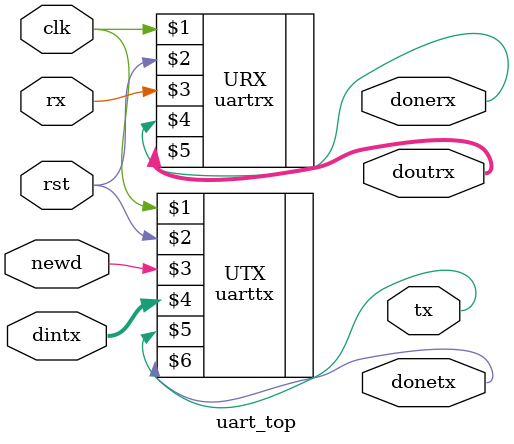
<source format=v>
module uart_top (
    input clk, rst,
    input rx,
    input [7:0] dintx,
    input newd,
    output tx,
    output [7:0] doutrx,
    output donetx, donerx
    );

    uarttx UTX(clk, rst, newd, dintx, tx, donetx);

    uartrx URX(clk, rst, rx, donerx, doutrx);
endmodule
</source>
